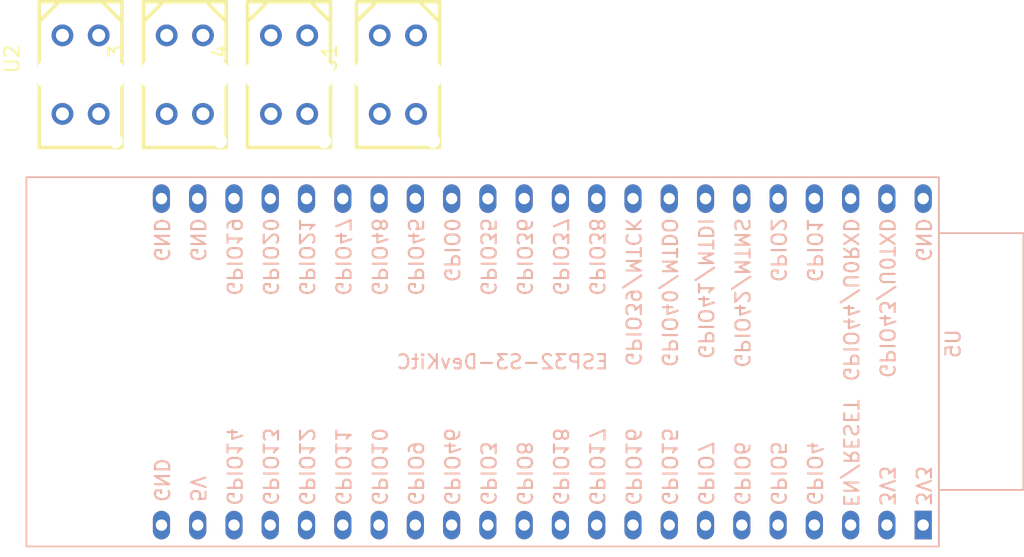
<source format=kicad_pcb>
(kicad_pcb (version 20221018) (generator pcbnew)
  (layers (0 "F.Cu" signal) (31 "B.Cu" signal) (34 "B.Paste" user) (35 "F.Paste" user) (36 "B.SilkS" user "B.Silkscreen") (37 "F.SilkS" user "F.Silkscreen") (38 "B.Mask" user) (39 "F.Mask" user) (44 "Edge.Cuts" user))
  (net 0 "")
  (net 17 "Net-(U5-3V3-Pad1)")
  (net 37 "Net-(U5-GND-Pad22)")
  (footprint "jlc_footprints:OPTO-TH_TCRT5000" (layer "F.Cu") (at 83.819997 53.550064 90)
    (fp_text reference "U4" (at 1.101473 -4.794006 90) (layer "F.SilkS"))
    (fp_text value "TCRT5000")
    (fp_line (start -5.100076 -2.899924) (end -5.100076 2.900178) (stroke (width 0.254)) (layer "F.SilkS"))
    (fp_line (start -5.100076 2.900178) (end 5.099822 2.900178) (stroke (width 0.254)) (layer "F.SilkS"))
    (fp_line (start 3.810008 -2.794006) (end 4.95301 -1.651003) (stroke (width 0.254)) (layer "F.SilkS"))
    (fp_line (start 4.95301 1.651003) (end 3.810008 2.794006) (stroke (width 0.254)) (layer "F.SilkS"))
    (fp_line (start 5.099822 -2.899924) (end -5.100076 -2.899924) (stroke (width 0.254)) (layer "F.SilkS"))
    (fp_line (start 5.099822 2.900178) (end 5.099822 -2.899924) (stroke (width 0.254)) (layer "F.SilkS"))
    (fp_circle (center 5.1 -2.9) (end 5.129997 -2.9) (stroke (width 0.059995)) (fill none) (layer "F.SilkS"))
    (pad "" np_thru_hole circle (at -4.649987 2.450089 90) (size 1 1) (drill 1) (layers "*.Cu" "*.Mask"))
    (pad "" np_thru_hole circle (at 0 -1.899924 90) (size 2.500025 2.500025) (drill 2.500025) (layers "*.Cu" "*.Mask"))
    (pad "" np_thru_hole circle (at 0 1.899924 90) (size 2.500025 2.500025) (drill 2.500025) (layers "*.Cu" "*.Mask"))
    (pad "1" thru_hole circle (at 2.750064 -1.270003 90) (size 1.524003 1.524003) (drill 0.914402) (layers "*.Cu" "*.Mask"))
    (pad "2" thru_hole circle (at 2.750064 1.270003 90) (size 1.524003 1.524003) (drill 0.914402) (layers "*.Cu" "*.Mask"))
    (pad "3" thru_hole circle (at -2.750064 1.270003 90) (size 1.524003 1.524003) (drill 0.914402) (layers "*.Cu" "*.Mask"))
    (pad "4" thru_hole circle (at -2.750064 -1.270003 90) (size 1.524003 1.524003) (drill 0.914402) (layers "*.Cu" "*.Mask"))
  )
  (footprint "jlc_footprints:OPTO-TH_TCRT5000" (layer "F.Cu") (at 76.520123 53.550064 90)
    (fp_text reference "U3" (at 1.101473 -4.794006 90) (layer "F.SilkS"))
    (fp_text value "TCRT5000")
    (fp_line (start -5.100076 -2.899924) (end -5.100076 2.900178) (stroke (width 0.254)) (layer "F.SilkS"))
    (fp_line (start -5.100076 2.900178) (end 5.099822 2.900178) (stroke (width 0.254)) (layer "F.SilkS"))
    (fp_line (start 3.810008 -2.794006) (end 4.95301 -1.651003) (stroke (width 0.254)) (layer "F.SilkS"))
    (fp_line (start 4.95301 1.651003) (end 3.810008 2.794006) (stroke (width 0.254)) (layer "F.SilkS"))
    (fp_line (start 5.099822 -2.899924) (end -5.100076 -2.899924) (stroke (width 0.254)) (layer "F.SilkS"))
    (fp_line (start 5.099822 2.900178) (end 5.099822 -2.899924) (stroke (width 0.254)) (layer "F.SilkS"))
    (fp_circle (center 5.1 -2.9) (end 5.129997 -2.9) (stroke (width 0.059995)) (fill none) (layer "F.SilkS"))
    (pad "" np_thru_hole circle (at -4.649987 2.450089 90) (size 1 1) (drill 1) (layers "*.Cu" "*.Mask"))
    (pad "" np_thru_hole circle (at 0 -1.899924 90) (size 2.500025 2.500025) (drill 2.500025) (layers "*.Cu" "*.Mask"))
    (pad "" np_thru_hole circle (at 0 1.899924 90) (size 2.500025 2.500025) (drill 2.500025) (layers "*.Cu" "*.Mask"))
    (pad "1" thru_hole circle (at 2.750064 -1.270003 90) (size 1.524003 1.524003) (drill 0.914402) (layers "*.Cu" "*.Mask"))
    (pad "2" thru_hole circle (at 2.750064 1.270003 90) (size 1.524003 1.524003) (drill 0.914402) (layers "*.Cu" "*.Mask"))
    (pad "3" thru_hole circle (at -2.750064 1.270003 90) (size 1.524003 1.524003) (drill 0.914402) (layers "*.Cu" "*.Mask"))
    (pad "4" thru_hole circle (at -2.750064 -1.270003 90) (size 1.524003 1.524003) (drill 0.914402) (layers "*.Cu" "*.Mask"))
  )
  (footprint "jlc_footprints:OPTO-TH_TCRT5000" (layer "F.Cu") (at 91.440003 53.550064 90)
    (fp_text reference "U1" (at 1.101473 -4.794006 90) (layer "F.SilkS"))
    (fp_text value "TCRT5000")
    (fp_line (start -5.100076 -2.899924) (end -5.100076 2.900178) (stroke (width 0.254)) (layer "F.SilkS"))
    (fp_line (start -5.100076 2.900178) (end 5.099822 2.900178) (stroke (width 0.254)) (layer "F.SilkS"))
    (fp_line (start 3.810008 -2.794006) (end 4.95301 -1.651003) (stroke (width 0.254)) (layer "F.SilkS"))
    (fp_line (start 4.95301 1.651003) (end 3.810008 2.794006) (stroke (width 0.254)) (layer "F.SilkS"))
    (fp_line (start 5.099822 -2.899924) (end -5.100076 -2.899924) (stroke (width 0.254)) (layer "F.SilkS"))
    (fp_line (start 5.099822 2.900178) (end 5.099822 -2.899924) (stroke (width 0.254)) (layer "F.SilkS"))
    (fp_circle (center 5.1 -2.9) (end 5.129997 -2.9) (stroke (width 0.059995)) (fill none) (layer "F.SilkS"))
    (pad "" np_thru_hole circle (at -4.649987 2.450089 90) (size 1 1) (drill 1) (layers "*.Cu" "*.Mask"))
    (pad "" np_thru_hole circle (at 0 -1.899924 90) (size 2.500025 2.500025) (drill 2.500025) (layers "*.Cu" "*.Mask"))
    (pad "" np_thru_hole circle (at 0 1.899924 90) (size 2.500025 2.500025) (drill 2.500025) (layers "*.Cu" "*.Mask"))
    (pad "1" thru_hole circle (at 2.750064 -1.270003 90) (size 1.524003 1.524003) (drill 0.914402) (layers "*.Cu" "*.Mask"))
    (pad "2" thru_hole circle (at 2.750064 1.270003 90) (size 1.524003 1.524003) (drill 0.914402) (layers "*.Cu" "*.Mask"))
    (pad "3" thru_hole circle (at -2.750064 1.270003 90) (size 1.524003 1.524003) (drill 0.914402) (layers "*.Cu" "*.Mask"))
    (pad "4" thru_hole circle (at -2.750064 -1.270003 90) (size 1.524003 1.524003) (drill 0.914402) (layers "*.Cu" "*.Mask"))
  )
  (footprint "jlc_footprints:OPTO-TH_TCRT5000" (layer "F.Cu") (at 69.220249 53.550064 90)
    (fp_text reference "U2" (at 1.101473 -4.794006 90) (layer "F.SilkS"))
    (fp_text value "TCRT5000")
    (fp_line (start -5.100076 -2.899924) (end -5.100076 2.900178) (stroke (width 0.254)) (layer "F.SilkS"))
    (fp_line (start -5.100076 2.900178) (end 5.099822 2.900178) (stroke (width 0.254)) (layer "F.SilkS"))
    (fp_line (start 3.810008 -2.794006) (end 4.95301 -1.651003) (stroke (width 0.254)) (layer "F.SilkS"))
    (fp_line (start 4.95301 1.651003) (end 3.810008 2.794006) (stroke (width 0.254)) (layer "F.SilkS"))
    (fp_line (start 5.099822 -2.899924) (end -5.100076 -2.899924) (stroke (width 0.254)) (layer "F.SilkS"))
    (fp_line (start 5.099822 2.900178) (end 5.099822 -2.899924) (stroke (width 0.254)) (layer "F.SilkS"))
    (fp_circle (center 5.1 -2.9) (end 5.129997 -2.9) (stroke (width 0.059995)) (fill none) (layer "F.SilkS"))
    (pad "" np_thru_hole circle (at -4.649987 2.450089 90) (size 1 1) (drill 1) (layers "*.Cu" "*.Mask"))
    (pad "" np_thru_hole circle (at 0 -1.899924 90) (size 2.500025 2.500025) (drill 2.500025) (layers "*.Cu" "*.Mask"))
    (pad "" np_thru_hole circle (at 0 1.899924 90) (size 2.500025 2.500025) (drill 2.500025) (layers "*.Cu" "*.Mask"))
    (pad "1" thru_hole circle (at 2.750064 -1.270003 90) (size 1.524003 1.524003) (drill 0.914402) (layers "*.Cu" "*.Mask"))
    (pad "2" thru_hole circle (at 2.750064 1.270003 90) (size 1.524003 1.524003) (drill 0.914402) (layers "*.Cu" "*.Mask"))
    (pad "3" thru_hole circle (at -2.750064 1.270003 90) (size 1.524003 1.524003) (drill 0.914402) (layers "*.Cu" "*.Mask"))
    (pad "4" thru_hole circle (at -2.750064 -1.270003 90) (size 1.524003 1.524003) (drill 0.914402) (layers "*.Cu" "*.Mask"))
  )
  (footprint "Espressif:ESP32-S3-DevKitC" (layer "B.Cu") (at 128.22208 85.09 90)
    (fp_text reference "U5" (at 12.7 2.1 90) (layer "B.SilkS") (effects (justify mirror)))
    (fp_text value "ESP32-S3-DevKitC" (at 11.42632 -29.46128) (layer "B.SilkS") (effects (justify mirror)))
    (fp_text user "GPIO39/MTCK" (at 21.59 -20.32 270 unlocked) (layer "B.SilkS") (effects (justify right mirror)))
    (fp_text user "GPIO7" (at 1.27 -15.24 270 unlocked) (layer "B.SilkS") (effects (justify left mirror)))
    (fp_text user "GPIO38" (at 21.59 -22.86 270 unlocked) (layer "B.SilkS") (effects (justify right mirror)))
    (fp_text user "GPIO1" (at 21.59 -7.62 270 unlocked) (layer "B.SilkS") (effects (justify right mirror)))
    (fp_text user "3V3" (at 1.27 -2.54 270 unlocked) (layer "B.SilkS") (effects (justify left mirror)))
    (fp_text user "GPIO11" (at 1.27 -40.64 270 unlocked) (layer "B.SilkS") (effects (justify left mirror)))
    (fp_text user "GPIO13" (at 1.27 -45.72 270 unlocked) (layer "B.SilkS") (effects (justify left mirror)))
    (fp_text user "GPIO21" (at 21.59 -43.18 270 unlocked) (layer "B.SilkS") (effects (justify right mirror)))
    (fp_text user "GND" (at 21.59 0 270 unlocked) (layer "B.SilkS") (effects (justify right mirror)))
    (fp_text user "GPIO3" (at 1.27 -30.48 270 unlocked) (layer "B.SilkS") (effects (justify left mirror)))
    (fp_text user "GPIO12" (at 1.27 -43.18 270 unlocked) (layer "B.SilkS") (effects (justify left mirror)))
    (fp_text user "GND" (at 21.59 -53.34 270 unlocked) (layer "B.SilkS") (effects (justify right mirror)))
    (fp_text user "GPIO6" (at 1.27 -12.7 270 unlocked) (layer "B.SilkS") (effects (justify left mirror)))
    (fp_text user "GPIO4" (at 1.27 -7.62 270 unlocked) (layer "B.SilkS") (effects (justify left mirror)))
    (fp_text user "GPIO45" (at 21.59 -35.56 270 unlocked) (layer "B.SilkS") (effects (justify right mirror)))
    (fp_text user "GPIO18" (at 1.27 -25.4 270 unlocked) (layer "B.SilkS") (effects (justify left mirror)))
    (fp_text user "GPIO40/MTDO" (at 21.59 -17.78 270 unlocked) (layer "B.SilkS") (effects (justify right mirror)))
    (fp_text user "GPIO44/U0RXD" (at 21.59 -5.08 270 unlocked) (layer "B.SilkS") (effects (justify right mirror)))
    (fp_text user "GPIO48" (at 21.59 -38.1 270 unlocked) (layer "B.SilkS") (effects (justify right mirror)))
    (fp_text user "GPIO47" (at 21.59 -40.64 270 unlocked) (layer "B.SilkS") (effects (justify right mirror)))
    (fp_text user "GPIO15" (at 1.27 -17.78 270 unlocked) (layer "B.SilkS") (effects (justify left mirror)))
    (fp_text user "GPIO17" (at 1.27 -22.86 270 unlocked) (layer "B.SilkS") (effects (justify left mirror)))
    (fp_text user "3V3" (at 1.27 0 270 unlocked) (layer "B.SilkS") (effects (justify left mirror)))
    (fp_text user "GPIO41/MTDI" (at 21.59 -15.24 270 unlocked) (layer "B.SilkS") (effects (justify right mirror)))
    (fp_text user "GPIO42/MTMS" (at 21.59 -12.7 270 unlocked) (layer "B.SilkS") (effects (justify right mirror)))
    (fp_text user "GPIO14" (at 1.27 -48.26 270 unlocked) (layer "B.SilkS") (effects (justify left mirror)))
    (fp_text user "GPIO35" (at 21.59 -30.48 270 unlocked) (layer "B.SilkS") (effects (justify right mirror)))
    (fp_text user "GPIO20" (at 21.59 -45.72 270 unlocked) (layer "B.SilkS") (effects (justify right mirror)))
    (fp_text user "GPIO19" (at 21.59 -48.26 270 unlocked) (layer "B.SilkS") (effects (justify right mirror)))
    (fp_text user "GPIO0" (at 21.59 -33.02 270 unlocked) (layer "B.SilkS") (effects (justify right mirror)))
    (fp_text user "GPIO2" (at 21.59 -10.16 270 unlocked) (layer "B.SilkS") (effects (justify right mirror)))
    (fp_text user "GPIO10" (at 1.27 -38.1 270 unlocked) (layer "B.SilkS") (effects (justify left mirror)))
    (fp_text user "GPIO16" (at 1.27 -20.32 270 unlocked) (layer "B.SilkS") (effects (justify left mirror)))
    (fp_text user "5V" (at 1.52032 -50.79728 270 unlocked) (layer "B.SilkS") (effects (justify left mirror)))
    (fp_text user "GPIO37" (at 21.59 -25.4 270 unlocked) (layer "B.SilkS") (effects (justify right mirror)))
    (fp_text user "GPIO43/U0TXD" (at 21.59 -2.54 270 unlocked) (layer "B.SilkS") (effects (justify right mirror)))
    (fp_text user "GPIO9" (at 1.27 -35.56 270 unlocked) (layer "B.SilkS") (effects (justify left mirror)))
    (fp_text user "GPIO46" (at 1.27 -33.02 270 unlocked) (layer "B.SilkS") (effects (justify left mirror)))
    (fp_text user "GND" (at 1.52032 -53.33728 270 unlocked) (layer "B.SilkS") (effects (justify left mirror)))
    (fp_text user "GPIO36" (at 21.59 -27.94 270 unlocked) (layer "B.SilkS") (effects (justify right mirror)))
    (fp_text user "GND" (at 21.59 -50.8 270 unlocked) (layer "B.SilkS") (effects (justify right mirror)))
    (fp_text user "EN/RESET" (at 8.88632 -5.07728 270 unlocked) (layer "B.SilkS") (effects (justify right mirror)))
    (fp_text user "GPIO5" (at 1.27 -10.16 270 unlocked) (layer "B.SilkS") (effects (justify left mirror)))
    (fp_text user "GPIO8" (at 1.27 -27.94 270 unlocked) (layer "B.SilkS") (effects (justify left mirror)))
    (fp_line (start -1.5 -62.79728) (end 24.359999 -62.79728) (stroke (width 0.12)) (layer "B.SilkS"))
    (fp_line (start -1.499999 1.1) (end -1.5 -62.79728) (stroke (width 0.12)) (layer "B.SilkS"))
    (fp_line (start 2.46012 1.12032) (end 2.46012 7.01312) (stroke (width 0.12)) (layer "B.SilkS"))
    (fp_line (start 2.46012 7.01312) (end 20.44332 7.01312) (stroke (width 0.12)) (layer "B.SilkS"))
    (fp_line (start 20.44332 7.01312) (end 20.44332 1.12032) (stroke (width 0.12)) (layer "B.SilkS"))
    (fp_line (start 24.359999 -62.79728) (end 24.36 1.1) (stroke (width 0.12)) (layer "B.SilkS"))
    (fp_line (start 24.36 1.1) (end -1.499999 1.1) (stroke (width 0.12)) (layer "B.SilkS"))
    (pad "1" thru_hole rect (at 0 0 180) (size 1.2 2) (drill 0.8) (layers "*.Cu" "*.Mask") (net 17 "Net-(U5-3V3-Pad1)"))
    (pad "2" thru_hole oval (at 0 -2.54 180) (size 1.2 2) (drill 0.8) (layers "*.Cu" "*.Mask") (net 17 "Net-(U5-3V3-Pad1)"))
    (pad "3" thru_hole oval (at 0 -5.08 180) (size 1.2 2) (drill 0.8) (layers "*.Cu" "*.Mask"))
    (pad "4" thru_hole oval (at 0 -7.62 180) (size 1.2 2) (drill 0.8) (layers "*.Cu" "*.Mask"))
    (pad "5" thru_hole oval (at 0 -10.16 180) (size 1.2 2) (drill 0.8) (layers "*.Cu" "*.Mask"))
    (pad "6" thru_hole oval (at 0 -12.7 180) (size 1.2 2) (drill 0.8) (layers "*.Cu" "*.Mask"))
    (pad "7" thru_hole oval (at 0 -15.24 180) (size 1.2 2) (drill 0.8) (layers "*.Cu" "*.Mask"))
    (pad "8" thru_hole oval (at 0 -17.78 180) (size 1.2 2) (drill 0.8) (layers "*.Cu" "*.Mask"))
    (pad "9" thru_hole oval (at 0 -20.32 180) (size 1.2 2) (drill 0.8) (layers "*.Cu" "*.Mask"))
    (pad "10" thru_hole oval (at 0 -22.86 180) (size 1.2 2) (drill 0.8) (layers "*.Cu" "*.Mask"))
    (pad "11" thru_hole oval (at 0 -25.4 180) (size 1.2 2) (drill 0.8) (layers "*.Cu" "*.Mask"))
    (pad "12" thru_hole oval (at 0 -27.94 180) (size 1.2 2) (drill 0.8) (layers "*.Cu" "*.Mask"))
    (pad "13" thru_hole oval (at 0 -30.48 180) (size 1.2 2) (drill 0.8) (layers "*.Cu" "*.Mask"))
    (pad "14" thru_hole oval (at 0 -33.02 180) (size 1.2 2) (drill 0.8) (layers "*.Cu" "*.Mask"))
    (pad "15" thru_hole oval (at 0 -35.56 180) (size 1.2 2) (drill 0.8) (layers "*.Cu" "*.Mask"))
    (pad "16" thru_hole oval (at 0 -38.1 180) (size 1.2 2) (drill 0.8) (layers "*.Cu" "*.Mask"))
    (pad "17" thru_hole oval (at 0 -40.64 180) (size 1.2 2) (drill 0.8) (layers "*.Cu" "*.Mask"))
    (pad "18" thru_hole oval (at 0 -43.18 180) (size 1.2 2) (drill 0.8) (layers "*.Cu" "*.Mask"))
    (pad "19" thru_hole oval (at 0 -45.72 180) (size 1.2 2) (drill 0.8) (layers "*.Cu" "*.Mask"))
    (pad "20" thru_hole oval (at -0.00368 -48.25728 180) (size 1.2 2) (drill 0.8) (layers "*.Cu" "*.Mask"))
    (pad "21" thru_hole oval (at -0.00368 -50.79728 180) (size 1.2 2) (drill 0.8) (layers "*.Cu" "*.Mask"))
    (pad "22" thru_hole oval (at -0.00368 -53.33728 180) (size 1.2 2) (drill 0.8) (layers "*.Cu" "*.Mask") (net 37 "Net-(U5-GND-Pad22)"))
    (pad "23" thru_hole oval (at 22.86 -53.34 180) (size 1.2 2) (drill 0.8) (layers "*.Cu" "*.Mask") (net 37 "Net-(U5-GND-Pad22)"))
    (pad "24" thru_hole oval (at 22.86 -50.8 180) (size 1.2 2) (drill 0.8) (layers "*.Cu" "*.Mask") (net 37 "Net-(U5-GND-Pad22)"))
    (pad "25" thru_hole oval (at 22.86 -48.26 180) (size 1.2 2) (drill 0.8) (layers "*.Cu" "*.Mask"))
    (pad "26" thru_hole oval (at 22.86 -45.72 180) (size 1.2 2) (drill 0.8) (layers "*.Cu" "*.Mask"))
    (pad "27" thru_hole oval (at 22.86 -43.18 180) (size 1.2 2) (drill 0.8) (layers "*.Cu" "*.Mask"))
    (pad "28" thru_hole oval (at 22.86 -40.64 180) (size 1.2 2) (drill 0.8) (layers "*.Cu" "*.Mask"))
    (pad "29" thru_hole oval (at 22.86 -38.1 180) (size 1.2 2) (drill 0.8) (layers "*.Cu" "*.Mask"))
    (pad "30" thru_hole oval (at 22.86 -35.56 180) (size 1.2 2) (drill 0.8) (layers "*.Cu" "*.Mask"))
    (pad "31" thru_hole oval (at 22.86 -33.02 180) (size 1.2 2) (drill 0.8) (layers "*.Cu" "*.Mask"))
    (pad "32" thru_hole oval (at 22.86 -30.48 180) (size 1.2 2) (drill 0.8) (layers "*.Cu" "*.Mask"))
    (pad "33" thru_hole oval (at 22.86 -27.94 180) (size 1.2 2) (drill 0.8) (layers "*.Cu" "*.Mask"))
    (pad "34" thru_hole oval (at 22.86 -25.4 180) (size 1.2 2) (drill 0.8) (layers "*.Cu" "*.Mask"))
    (pad "35" thru_hole oval (at 22.86 -22.86 180) (size 1.2 2) (drill 0.8) (layers "*.Cu" "*.Mask"))
    (pad "36" thru_hole oval (at 22.86 -20.32 180) (size 1.2 2) (drill 0.8) (layers "*.Cu" "*.Mask"))
    (pad "37" thru_hole oval (at 22.86 -17.78 180) (size 1.2 2) (drill 0.8) (layers "*.Cu" "*.Mask"))
    (pad "38" thru_hole oval (at 22.86 -15.24 180) (size 1.2 2) (drill 0.8) (layers "*.Cu" "*.Mask"))
    (pad "39" thru_hole oval (at 22.86 -12.7 180) (size 1.2 2) (drill 0.8) (layers "*.Cu" "*.Mask"))
    (pad "40" thru_hole oval (at 22.86 -10.16 180) (size 1.2 2) (drill 0.8) (layers "*.Cu" "*.Mask"))
    (pad "41" thru_hole oval (at 22.86 -7.62 180) (size 1.2 2) (drill 0.8) (layers "*.Cu" "*.Mask"))
    (pad "42" thru_hole oval (at 22.86 -5.08 180) (size 1.2 2) (drill 0.8) (layers "*.Cu" "*.Mask"))
    (pad "43" thru_hole oval (at 22.86 -2.54 180) (size 1.2 2) (drill 0.8) (layers "*.Cu" "*.Mask"))
    (pad "44" thru_hole oval (at 22.86 0 180) (size 1.2 2) (drill 0.8) (layers "*.Cu" "*.Mask") (net 37 "Net-(U5-GND-Pad22)"))
  )
)
</source>
